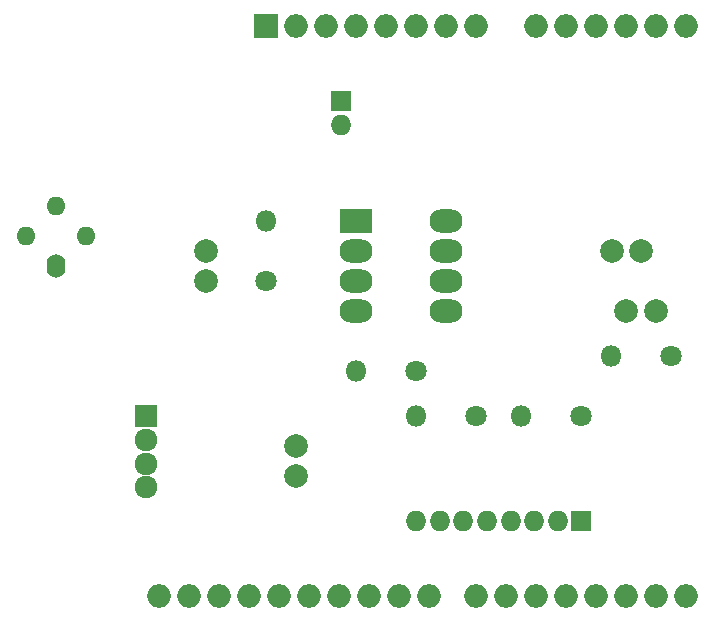
<source format=gbr>
G04 #@! TF.GenerationSoftware,KiCad,Pcbnew,(5.0.0)*
G04 #@! TF.CreationDate,2018-11-30T17:16:34+01:00*
G04 #@! TF.ProjectId,GazSensor-Rodier&Xu,47617A53656E736F722D526F64696572,1.0*
G04 #@! TF.SameCoordinates,Original*
G04 #@! TF.FileFunction,Soldermask,Bot*
G04 #@! TF.FilePolarity,Negative*
%FSLAX46Y46*%
G04 Gerber Fmt 4.6, Leading zero omitted, Abs format (unit mm)*
G04 Created by KiCad (PCBNEW (5.0.0)) date 11/30/18 17:16:34*
%MOMM*%
%LPD*%
G01*
G04 APERTURE LIST*
%ADD10O,2.000000X2.000000*%
%ADD11R,2.000000X2.000000*%
%ADD12C,2.000000*%
%ADD13O,2.800000X2.000000*%
%ADD14R,2.800000X2.000000*%
%ADD15C,1.800000*%
%ADD16O,1.800000X1.800000*%
%ADD17O,1.600000X2.000000*%
%ADD18O,1.600000X1.600000*%
%ADD19R,1.924000X1.924000*%
%ADD20C,1.924000*%
%ADD21R,1.750000X1.750000*%
%ADD22O,1.750000X1.750000*%
G04 APERTURE END LIST*
D10*
G04 #@! TO.C,A1*
X130560000Y-125730000D03*
X133100000Y-125730000D03*
D11*
X139700000Y-77470000D03*
D10*
X170180000Y-125730000D03*
X142240000Y-77470000D03*
X167640000Y-125730000D03*
X144780000Y-77470000D03*
X165100000Y-125730000D03*
X147320000Y-77470000D03*
X162560000Y-125730000D03*
X149860000Y-77470000D03*
X160020000Y-125730000D03*
X152400000Y-77470000D03*
X157480000Y-125730000D03*
X154940000Y-77470000D03*
X153420000Y-125730000D03*
X157480000Y-77470000D03*
X150880000Y-125730000D03*
X162560000Y-77470000D03*
X148340000Y-125730000D03*
X165100000Y-77470000D03*
X145800000Y-125730000D03*
X167640000Y-77470000D03*
X143260000Y-125730000D03*
X170180000Y-77470000D03*
X140720000Y-125730000D03*
X172720000Y-77470000D03*
X138180000Y-125730000D03*
X175260000Y-77470000D03*
X135640000Y-125730000D03*
X175260000Y-125730000D03*
X172720000Y-125730000D03*
G04 #@! TD*
D12*
G04 #@! TO.C,C4*
X170180000Y-101600000D03*
X172680000Y-101600000D03*
G04 #@! TD*
D13*
G04 #@! TO.C,AOP1*
X154940000Y-93980000D03*
X147320000Y-101600000D03*
X154940000Y-96520000D03*
X147320000Y-99060000D03*
X154940000Y-99060000D03*
X147320000Y-96520000D03*
X154940000Y-101600000D03*
D14*
X147320000Y-93980000D03*
G04 #@! TD*
D12*
G04 #@! TO.C,C1*
X134620000Y-96520000D03*
X134620000Y-99020000D03*
G04 #@! TD*
G04 #@! TO.C,C2*
X142240000Y-115530000D03*
X142240000Y-113030000D03*
G04 #@! TD*
G04 #@! TO.C,C3*
X171450000Y-96520000D03*
X168950000Y-96520000D03*
G04 #@! TD*
D15*
G04 #@! TO.C,R1*
X157480000Y-110490000D03*
D16*
X152400000Y-110490000D03*
G04 #@! TD*
G04 #@! TO.C,R3*
X168910000Y-105410000D03*
D15*
X173990000Y-105410000D03*
G04 #@! TD*
G04 #@! TO.C,R5*
X139700000Y-99060000D03*
D16*
X139700000Y-93980000D03*
G04 #@! TD*
D15*
G04 #@! TO.C,R6*
X152400000Y-106680000D03*
D16*
X147320000Y-106680000D03*
G04 #@! TD*
D15*
G04 #@! TO.C,Rcal1*
X166370000Y-110490000D03*
D16*
X161290000Y-110490000D03*
G04 #@! TD*
D17*
G04 #@! TO.C,Rsensor1*
X121920000Y-97790000D03*
D18*
X124460000Y-95250000D03*
X121920000Y-92710000D03*
X119380000Y-95250000D03*
G04 #@! TD*
D19*
G04 #@! TO.C,cGrove1*
X129540000Y-110490000D03*
D20*
X129540000Y-112490000D03*
X129540000Y-114490000D03*
X129540000Y-116490000D03*
G04 #@! TD*
D21*
G04 #@! TO.C,J1*
X166370000Y-119380000D03*
D22*
X164370000Y-119380000D03*
X162370000Y-119380000D03*
X160370000Y-119380000D03*
X158370000Y-119380000D03*
X156370000Y-119380000D03*
X154370000Y-119380000D03*
X152370000Y-119380000D03*
G04 #@! TD*
D21*
G04 #@! TO.C,J2*
X146050000Y-83820000D03*
D22*
X146050000Y-85820000D03*
G04 #@! TD*
M02*

</source>
